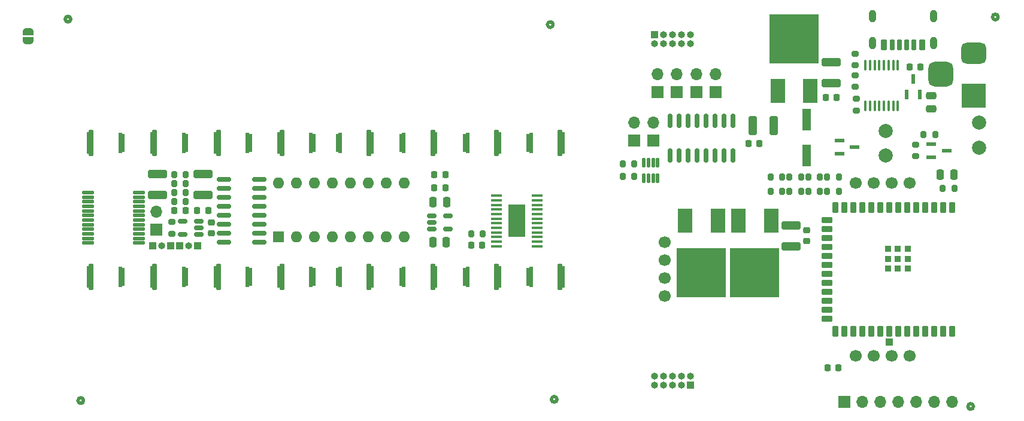
<source format=gts>
G04 #@! TF.GenerationSoftware,KiCad,Pcbnew,(6.0.5-0)*
G04 #@! TF.CreationDate,2023-01-16T15:52:05+09:00*
G04 #@! TF.ProjectId,qLAMP-main,714c414d-502d-46d6-9169-6e2e6b696361,rev?*
G04 #@! TF.SameCoordinates,Original*
G04 #@! TF.FileFunction,Soldermask,Top*
G04 #@! TF.FilePolarity,Negative*
%FSLAX46Y46*%
G04 Gerber Fmt 4.6, Leading zero omitted, Abs format (unit mm)*
G04 Created by KiCad (PCBNEW (6.0.5-0)) date 2023-01-16 15:52:05*
%MOMM*%
%LPD*%
G01*
G04 APERTURE LIST*
G04 Aperture macros list*
%AMRoundRect*
0 Rectangle with rounded corners*
0 $1 Rounding radius*
0 $2 $3 $4 $5 $6 $7 $8 $9 X,Y pos of 4 corners*
0 Add a 4 corners polygon primitive as box body*
4,1,4,$2,$3,$4,$5,$6,$7,$8,$9,$2,$3,0*
0 Add four circle primitives for the rounded corners*
1,1,$1+$1,$2,$3*
1,1,$1+$1,$4,$5*
1,1,$1+$1,$6,$7*
1,1,$1+$1,$8,$9*
0 Add four rect primitives between the rounded corners*
20,1,$1+$1,$2,$3,$4,$5,0*
20,1,$1+$1,$4,$5,$6,$7,0*
20,1,$1+$1,$6,$7,$8,$9,0*
20,1,$1+$1,$8,$9,$2,$3,0*%
%AMFreePoly0*
4,1,22,0.500000,-0.750000,0.000000,-0.750000,0.000000,-0.745033,-0.079941,-0.743568,-0.215256,-0.701293,-0.333266,-0.622738,-0.424486,-0.514219,-0.481581,-0.384460,-0.499164,-0.250000,-0.500000,-0.250000,-0.500000,0.250000,-0.499164,0.250000,-0.499963,0.256109,-0.478152,0.396186,-0.417904,0.524511,-0.324060,0.630769,-0.204165,0.706417,-0.067858,0.745374,0.000000,0.744959,0.000000,0.750000,
0.500000,0.750000,0.500000,-0.750000,0.500000,-0.750000,$1*%
%AMFreePoly1*
4,1,20,0.000000,0.744959,0.073905,0.744508,0.209726,0.703889,0.328688,0.626782,0.421226,0.519385,0.479903,0.390333,0.500000,0.250000,0.500000,-0.250000,0.499851,-0.262216,0.476331,-0.402017,0.414519,-0.529596,0.319384,-0.634700,0.198574,-0.708877,0.061801,-0.746166,0.000000,-0.745033,0.000000,-0.750000,-0.500000,-0.750000,-0.500000,0.750000,0.000000,0.750000,0.000000,0.744959,
0.000000,0.744959,$1*%
G04 Aperture macros list end*
%ADD10C,0.475000*%
%ADD11R,1.000000X1.000000*%
%ADD12RoundRect,0.200000X-0.200000X-0.275000X0.200000X-0.275000X0.200000X0.275000X-0.200000X0.275000X0*%
%ADD13C,2.000000*%
%ADD14FreePoly0,270.000000*%
%ADD15FreePoly1,270.000000*%
%ADD16RoundRect,0.100000X-0.100000X0.637500X-0.100000X-0.637500X0.100000X-0.637500X0.100000X0.637500X0*%
%ADD17RoundRect,0.150000X-0.512500X-0.150000X0.512500X-0.150000X0.512500X0.150000X-0.512500X0.150000X0*%
%ADD18RoundRect,0.250000X-0.250000X-0.475000X0.250000X-0.475000X0.250000X0.475000X-0.250000X0.475000X0*%
%ADD19R,1.219200X3.098800*%
%ADD20RoundRect,0.225000X-0.225000X-0.250000X0.225000X-0.250000X0.225000X0.250000X-0.225000X0.250000X0*%
%ADD21RoundRect,0.250000X0.325000X1.100000X-0.325000X1.100000X-0.325000X-1.100000X0.325000X-1.100000X0*%
%ADD22RoundRect,0.225000X0.225000X0.250000X-0.225000X0.250000X-0.225000X-0.250000X0.225000X-0.250000X0*%
%ADD23RoundRect,0.250000X1.100000X-0.325000X1.100000X0.325000X-1.100000X0.325000X-1.100000X-0.325000X0*%
%ADD24RoundRect,0.225000X-0.250000X0.225000X-0.250000X-0.225000X0.250000X-0.225000X0.250000X0.225000X0*%
%ADD25RoundRect,0.250000X0.250000X0.475000X-0.250000X0.475000X-0.250000X-0.475000X0.250000X-0.475000X0*%
%ADD26RoundRect,0.109795X0.765205X0.109794X-0.765205X0.109794X-0.765205X-0.109794X0.765205X-0.109794X0*%
%ADD27RoundRect,0.109795X0.109795X-0.552705X0.109795X0.552705X-0.109795X0.552705X-0.109795X-0.552705X0*%
%ADD28RoundRect,0.150000X0.512500X0.150000X-0.512500X0.150000X-0.512500X-0.150000X0.512500X-0.150000X0*%
%ADD29RoundRect,0.150000X-0.150000X0.825000X-0.150000X-0.825000X0.150000X-0.825000X0.150000X0.825000X0*%
%ADD30R,1.320800X0.558800*%
%ADD31R,0.558800X1.320800*%
%ADD32R,2.400000X4.680000*%
%ADD33RoundRect,0.100000X0.687500X0.100000X-0.687500X0.100000X-0.687500X-0.100000X0.687500X-0.100000X0*%
%ADD34RoundRect,0.200000X0.200000X0.275000X-0.200000X0.275000X-0.200000X-0.275000X0.200000X-0.275000X0*%
%ADD35R,1.700000X1.700000*%
%ADD36O,1.700000X1.700000*%
%ADD37RoundRect,0.200000X-0.275000X0.200000X-0.275000X-0.200000X0.275000X-0.200000X0.275000X0.200000X0*%
%ADD38RoundRect,0.250000X-1.100000X0.325000X-1.100000X-0.325000X1.100000X-0.325000X1.100000X0.325000X0*%
%ADD39R,3.500000X3.500000*%
%ADD40RoundRect,0.750000X-1.000000X0.750000X-1.000000X-0.750000X1.000000X-0.750000X1.000000X0.750000X0*%
%ADD41RoundRect,0.875000X-0.875000X0.875000X-0.875000X-0.875000X0.875000X-0.875000X0.875000X0.875000X0*%
%ADD42RoundRect,0.030000X0.265000X1.780000X-0.265000X1.780000X-0.265000X-1.780000X0.265000X-1.780000X0*%
%ADD43RoundRect,0.180000X0.270000X1.370000X-0.270000X1.370000X-0.270000X-1.370000X0.270000X-1.370000X0*%
%ADD44RoundRect,0.030000X0.205000X1.420000X-0.205000X1.420000X-0.205000X-1.420000X0.205000X-1.420000X0*%
%ADD45RoundRect,0.180000X0.270000X1.120000X-0.270000X1.120000X-0.270000X-1.120000X0.270000X-1.120000X0*%
%ADD46RoundRect,0.180000X-0.270000X-1.370000X0.270000X-1.370000X0.270000X1.370000X-0.270000X1.370000X0*%
%ADD47RoundRect,0.030000X-0.265000X-1.780000X0.265000X-1.780000X0.265000X1.780000X-0.265000X1.780000X0*%
%ADD48RoundRect,0.030000X-0.205000X-1.420000X0.205000X-1.420000X0.205000X1.420000X-0.205000X1.420000X0*%
%ADD49RoundRect,0.180000X-0.270000X-1.120000X0.270000X-1.120000X0.270000X1.120000X-0.270000X1.120000X0*%
%ADD50RoundRect,0.100000X0.250000X0.650000X-0.250000X0.650000X-0.250000X-0.650000X0.250000X-0.650000X0*%
%ADD51RoundRect,0.100000X0.300000X0.650000X-0.300000X0.650000X-0.300000X-0.650000X0.300000X-0.650000X0*%
%ADD52O,1.000000X1.800000*%
%ADD53RoundRect,0.150000X-0.825000X-0.150000X0.825000X-0.150000X0.825000X0.150000X-0.825000X0.150000X0*%
%ADD54O,1.000000X1.000000*%
%ADD55C,1.700000*%
%ADD56RoundRect,0.250000X0.475000X-0.250000X0.475000X0.250000X-0.475000X0.250000X-0.475000X-0.250000X0*%
%ADD57RoundRect,0.225000X-0.225000X0.525000X-0.225000X-0.525000X0.225000X-0.525000X0.225000X0.525000X0*%
%ADD58RoundRect,0.225000X-0.525000X-0.225000X0.525000X-0.225000X0.525000X0.225000X-0.525000X0.225000X0*%
%ADD59RoundRect,0.225000X0.225000X-0.525000X0.225000X0.525000X-0.225000X0.525000X-0.225000X-0.525000X0*%
%ADD60RoundRect,0.225000X0.225000X-0.225000X0.225000X0.225000X-0.225000X0.225000X-0.225000X-0.225000X0*%
%ADD61R,2.000000X3.500000*%
%ADD62R,7.000000X7.000000*%
%ADD63R,1.600000X1.600000*%
%ADD64O,1.600000X1.600000*%
%ADD65RoundRect,0.200000X0.275000X-0.200000X0.275000X0.200000X-0.275000X0.200000X-0.275000X-0.200000X0*%
G04 APERTURE END LIST*
D10*
X78440000Y-129000000D02*
G75*
G03*
X78440000Y-129000000I-400000J0D01*
G01*
X76636000Y-75000000D02*
G75*
G03*
X76636000Y-75000000I-400000J0D01*
G01*
X145380000Y-128830000D02*
G75*
G03*
X145380000Y-128830000I-400000J0D01*
G01*
X204260000Y-129840000D02*
G75*
G03*
X204260000Y-129840000I-400000J0D01*
G01*
X144825000Y-75770000D02*
G75*
G03*
X144825000Y-75770000I-400000J0D01*
G01*
X207750000Y-74695000D02*
G75*
G03*
X207750000Y-74695000I-400000J0D01*
G01*
D11*
X192375993Y-120700013D03*
D12*
X183576000Y-99392000D03*
X185226000Y-99392000D03*
D13*
X205069999Y-89680009D03*
X205069999Y-93180009D03*
D14*
X70570000Y-76780000D03*
D15*
X70570000Y-78080000D03*
D16*
X193553292Y-81537300D03*
X192903292Y-81537300D03*
X192253292Y-81537300D03*
X191603292Y-81537300D03*
X190953292Y-81537300D03*
X190303292Y-81537300D03*
X189653292Y-81537300D03*
X189003292Y-81537300D03*
X189003292Y-87262300D03*
X189653292Y-87262300D03*
X190303292Y-87262300D03*
X190953292Y-87262300D03*
X191603292Y-87262300D03*
X192253292Y-87262300D03*
X192903292Y-87262300D03*
X193553292Y-87262300D03*
D17*
X127665878Y-102840011D03*
X127665878Y-103790011D03*
X127665878Y-104740011D03*
X129940878Y-104740011D03*
X129940878Y-102840011D03*
D18*
X127853378Y-100919989D03*
X129753378Y-100919989D03*
D19*
X180659989Y-89207289D03*
X180659989Y-94312689D03*
D20*
X128028376Y-98850000D03*
X129578376Y-98850000D03*
D21*
X176015000Y-90060000D03*
X173065000Y-90060000D03*
D22*
X174005000Y-92630000D03*
X172455000Y-92630000D03*
D23*
X184109995Y-84084995D03*
X184109995Y-81134995D03*
D24*
X180650007Y-104885012D03*
X180650007Y-106435012D03*
D25*
X129733376Y-106560000D03*
X127833376Y-106560000D03*
D20*
X195195000Y-81780000D03*
X196745000Y-81780000D03*
D23*
X95290005Y-99884989D03*
X95290005Y-96934989D03*
D13*
X191850010Y-90799996D03*
X191850010Y-94299996D03*
D26*
X86295999Y-106695011D03*
X86295999Y-106045013D03*
X86295999Y-105395012D03*
X86295999Y-104745012D03*
X86295999Y-104095012D03*
X86295999Y-103445012D03*
X86295999Y-102795012D03*
X86295999Y-102145012D03*
X86295999Y-101495012D03*
X86295999Y-100845012D03*
X86295999Y-100195011D03*
X86295999Y-99545013D03*
X79095999Y-99545013D03*
X79095999Y-100195011D03*
X79095999Y-100845012D03*
X79095999Y-101495012D03*
X79095999Y-102145012D03*
X79095999Y-102795012D03*
X79095999Y-103445012D03*
X79095999Y-104095012D03*
X79095999Y-104745012D03*
X79095999Y-105395012D03*
X79095999Y-106045013D03*
X79095999Y-106695011D03*
D24*
X96469200Y-103754992D03*
X96469200Y-105304992D03*
D20*
X183625000Y-124360000D03*
X185175000Y-124360000D03*
X91300000Y-102108000D03*
X92850000Y-102108000D03*
D27*
X157664993Y-97555900D03*
X158314993Y-97555900D03*
X158964993Y-97555900D03*
X159614993Y-97555900D03*
X159614993Y-95280900D03*
X158964993Y-95280900D03*
X158314993Y-95280900D03*
X157664993Y-95280900D03*
D28*
X94736500Y-105479992D03*
X94736500Y-104529992D03*
X94736500Y-103579992D03*
X92461500Y-103579992D03*
X92461500Y-105479992D03*
D12*
X154665012Y-95529400D03*
X156315012Y-95529400D03*
X154665012Y-97307400D03*
X156315012Y-97307400D03*
D29*
X170255000Y-89375000D03*
X168985000Y-89375000D03*
X167715000Y-89375000D03*
X166445000Y-89375000D03*
X165175000Y-89375000D03*
X163905000Y-89375000D03*
X162635000Y-89375000D03*
X161365000Y-89375000D03*
X161365000Y-94325000D03*
X162635000Y-94325000D03*
X163905000Y-94325000D03*
X165175000Y-94325000D03*
X166445000Y-94325000D03*
X167715000Y-94325000D03*
X168985000Y-94325000D03*
X170255000Y-94325000D03*
D20*
X128028376Y-97050000D03*
X129578376Y-97050000D03*
D30*
X198277800Y-92670200D03*
X198277800Y-94549800D03*
X200462200Y-93610000D03*
X185287800Y-92210200D03*
X185287800Y-94089800D03*
X187472200Y-93150000D03*
D31*
X194820200Y-85652200D03*
X196699800Y-85652200D03*
X195760000Y-83467800D03*
D32*
X139677500Y-103573000D03*
D33*
X142540000Y-107148000D03*
X142540000Y-106498000D03*
X142540000Y-105848000D03*
X142540000Y-105198000D03*
X142540000Y-104548000D03*
X142540000Y-103898000D03*
X142540000Y-103248000D03*
X142540000Y-102598000D03*
X142540000Y-101948000D03*
X142540000Y-101298000D03*
X142540000Y-100648000D03*
X142540000Y-99998000D03*
X136815000Y-99998000D03*
X136815000Y-100648000D03*
X136815000Y-101298000D03*
X136815000Y-101948000D03*
X136815000Y-102598000D03*
X136815000Y-103248000D03*
X136815000Y-103898000D03*
X136815000Y-104548000D03*
X136815000Y-105198000D03*
X136815000Y-105848000D03*
X136815000Y-106498000D03*
X136815000Y-107148000D03*
D34*
X185226000Y-97360000D03*
X183576000Y-97360000D03*
D25*
X201475000Y-97020000D03*
X199575000Y-97020000D03*
D35*
X156300000Y-92185000D03*
D36*
X156300000Y-89645000D03*
D35*
X167780001Y-85360000D03*
D36*
X167780001Y-82820000D03*
D35*
X159590000Y-85360000D03*
D36*
X159590000Y-82820000D03*
D35*
X162320022Y-85360001D03*
D36*
X162320022Y-82820001D03*
D35*
X165050009Y-85360000D03*
D36*
X165050009Y-82820000D03*
D35*
X159030010Y-92185007D03*
D36*
X159030010Y-89645007D03*
D34*
X198845000Y-91305000D03*
X197195000Y-91305000D03*
D12*
X175575000Y-97360000D03*
X177225000Y-97360000D03*
D37*
X187500006Y-79896200D03*
X187500006Y-81546200D03*
X187500006Y-82944200D03*
X187500006Y-84594200D03*
X196100000Y-92745000D03*
X196100000Y-94395000D03*
D12*
X178242000Y-97360000D03*
X179892000Y-97360000D03*
D34*
X134865000Y-105430000D03*
X133215000Y-105430000D03*
X201575000Y-98940000D03*
X199925000Y-98940000D03*
D37*
X187680000Y-86275000D03*
X187680000Y-87925000D03*
D22*
X134815000Y-107000000D03*
X133265000Y-107000000D03*
D38*
X178450011Y-104185012D03*
X178450011Y-107135012D03*
D20*
X183334995Y-86060001D03*
X184884995Y-86060001D03*
D39*
X204295781Y-85809811D03*
D40*
X204295781Y-79809811D03*
D41*
X199595781Y-82809811D03*
D42*
X127812219Y-111501633D03*
D43*
X128032219Y-111501633D03*
D44*
X123717219Y-111501633D03*
D45*
X123502219Y-111501633D03*
D42*
X136812219Y-92502054D03*
D43*
X137032219Y-92502054D03*
D44*
X132717219Y-92502054D03*
D45*
X132502219Y-92502054D03*
D46*
X97282211Y-111501633D03*
D47*
X97502211Y-111501633D03*
D48*
X101597211Y-111501633D03*
D49*
X101812211Y-111501633D03*
D47*
X97502211Y-92502054D03*
D46*
X97282211Y-92502054D03*
D48*
X101597211Y-92502054D03*
D49*
X101812211Y-92502054D03*
D34*
X179892000Y-99392000D03*
X178242000Y-99392000D03*
D50*
X194788290Y-78669782D03*
X192788290Y-78669782D03*
D51*
X191588290Y-78669782D03*
D50*
X193788290Y-78669782D03*
X195788290Y-78669782D03*
D51*
X196988290Y-78669782D03*
D52*
X198608290Y-78419782D03*
X198608290Y-74619782D03*
X189968290Y-78419782D03*
X189968290Y-74619782D03*
D38*
X88859995Y-96934989D03*
X88859995Y-99884989D03*
D53*
X98325000Y-97665000D03*
X98325000Y-98935000D03*
X98325000Y-100205000D03*
X98325000Y-101475000D03*
X98325000Y-102745000D03*
X98325000Y-104015000D03*
X98325000Y-105285000D03*
X98325000Y-106555000D03*
X103275000Y-106555000D03*
X103275000Y-105285000D03*
X103275000Y-104015000D03*
X103275000Y-102745000D03*
X103275000Y-101475000D03*
X103275000Y-100205000D03*
X103275000Y-98935000D03*
X103275000Y-97665000D03*
D11*
X164221000Y-126813000D03*
D54*
X164221000Y-125543000D03*
X162951000Y-126813000D03*
X162951000Y-125543000D03*
X161681000Y-126813000D03*
X161681000Y-125543000D03*
X160411000Y-126813000D03*
X160411000Y-125543000D03*
X159141000Y-126813000D03*
X159141000Y-125543000D03*
D46*
X79282211Y-111501633D03*
D47*
X79502211Y-111501633D03*
D48*
X83597211Y-111501633D03*
D49*
X83812211Y-111501633D03*
D43*
X119032219Y-111501633D03*
D42*
X118812219Y-111501633D03*
D44*
X114717219Y-111501633D03*
D45*
X114502219Y-111501633D03*
D47*
X106502211Y-111501633D03*
D46*
X106282211Y-111501633D03*
D48*
X110597211Y-111501633D03*
D49*
X110812211Y-111501633D03*
D34*
X92900000Y-99568000D03*
X91250000Y-99568000D03*
X92900000Y-97028000D03*
X91250000Y-97028000D03*
D42*
X118812219Y-92502054D03*
D43*
X119032219Y-92502054D03*
D44*
X114717219Y-92502054D03*
D45*
X114502219Y-92502054D03*
D46*
X106282211Y-92502054D03*
D47*
X106502211Y-92502054D03*
D48*
X110597211Y-92502054D03*
D49*
X110812211Y-92502054D03*
D55*
X187611012Y-98175017D03*
X190151012Y-98175017D03*
X192691012Y-98175017D03*
X195231012Y-98175017D03*
X187611012Y-122675017D03*
X190151012Y-122675017D03*
X192691012Y-122675017D03*
X195231012Y-122675017D03*
X160611012Y-106615017D03*
X160611012Y-109155017D03*
X160611012Y-111695017D03*
X160611012Y-114235017D03*
D56*
X198308292Y-87719800D03*
X198308292Y-85819800D03*
D35*
X186001000Y-129199996D03*
D36*
X188541000Y-129199996D03*
X191081000Y-129199996D03*
X193621000Y-129199996D03*
X196161000Y-129199996D03*
X198701000Y-129199996D03*
X201241000Y-129199996D03*
D34*
X182559000Y-97360000D03*
X180909000Y-97360000D03*
D47*
X88502211Y-111501633D03*
D46*
X88282211Y-111501633D03*
D49*
X92812211Y-111501633D03*
D48*
X92597211Y-111501633D03*
D43*
X128032219Y-92502054D03*
D42*
X127812219Y-92502054D03*
D45*
X123502219Y-92502054D03*
D44*
X123717219Y-92502054D03*
D11*
X159141000Y-77187000D03*
D54*
X159141000Y-78457000D03*
X160411000Y-77187000D03*
X160411000Y-78457000D03*
X161681000Y-77187000D03*
X161681000Y-78457000D03*
X162951000Y-77187000D03*
X162951000Y-78457000D03*
X164221000Y-77187000D03*
X164221000Y-78457000D03*
D57*
X201266000Y-101670000D03*
X199996000Y-101670000D03*
X198726000Y-101670000D03*
X197456000Y-101670000D03*
X196186000Y-101670000D03*
X194916000Y-101670000D03*
X193646000Y-101670000D03*
X192376000Y-101670000D03*
X191106000Y-101670000D03*
X189836000Y-101670000D03*
X188566000Y-101670000D03*
X187296000Y-101670000D03*
X186026000Y-101670000D03*
X184756000Y-101670000D03*
D58*
X183506000Y-103435000D03*
X183506000Y-104705000D03*
X183506000Y-105975000D03*
X183506000Y-107245000D03*
X183506000Y-108515000D03*
X183506000Y-109785000D03*
X183506000Y-111055000D03*
X183506000Y-112325000D03*
X183506000Y-113595000D03*
X183506000Y-114865000D03*
X183506000Y-116135000D03*
X183506000Y-117405000D03*
D59*
X184756000Y-119170000D03*
X186026000Y-119170000D03*
X187296000Y-119170000D03*
X188566000Y-119170000D03*
X189836000Y-119170000D03*
X191106000Y-119170000D03*
X192375993Y-119169993D03*
X193646000Y-119170000D03*
X194916000Y-119170000D03*
X196186000Y-119170000D03*
X197456000Y-119170000D03*
X198726000Y-119170000D03*
X199996000Y-119170000D03*
X201266000Y-119170000D03*
D60*
X192146000Y-107520000D03*
X194946000Y-108920000D03*
X193546000Y-110320000D03*
X192146000Y-110320000D03*
X194946000Y-107520000D03*
X192146000Y-108920000D03*
X194946000Y-110320000D03*
X193546000Y-108920000D03*
X193546000Y-107520000D03*
D22*
X96065005Y-102108000D03*
X94515005Y-102108000D03*
D12*
X91250000Y-98298000D03*
X92900000Y-98298000D03*
D43*
X146032219Y-111501633D03*
D42*
X145812219Y-111501633D03*
D44*
X141717219Y-111501633D03*
D45*
X141502219Y-111501633D03*
D34*
X177225000Y-99392000D03*
X175575000Y-99392000D03*
D61*
X176570000Y-85195000D03*
X181150000Y-85195000D03*
D62*
X178870000Y-77795000D03*
D61*
X171050006Y-103525012D03*
X175630006Y-103525012D03*
D62*
X173330006Y-110925012D03*
D63*
X106029989Y-105809999D03*
D64*
X108569989Y-105809999D03*
X111109989Y-105809999D03*
X113649989Y-105809999D03*
X116189989Y-105809999D03*
X118729989Y-105809999D03*
X121269989Y-105809999D03*
X123809989Y-105809999D03*
X123809989Y-98189999D03*
X121269989Y-98189999D03*
X118729989Y-98189999D03*
X116189989Y-98189999D03*
X113649989Y-98189999D03*
X111109989Y-98189999D03*
X108569989Y-98189999D03*
X106029989Y-98189999D03*
D34*
X92900000Y-100838000D03*
X91250000Y-100838000D03*
D61*
X168099999Y-103525012D03*
X163519999Y-103525012D03*
D62*
X165799999Y-110925012D03*
D65*
X90932000Y-105354992D03*
X90932000Y-103704992D03*
D46*
X88282211Y-92502054D03*
D47*
X88502211Y-92502054D03*
D48*
X92597211Y-92502054D03*
D49*
X92812211Y-92502054D03*
D43*
X146032219Y-92502054D03*
D42*
X145812219Y-92502054D03*
D44*
X141717219Y-92502054D03*
D45*
X141502219Y-92502054D03*
D46*
X79282211Y-92502054D03*
D47*
X79502211Y-92502054D03*
D49*
X83812211Y-92502054D03*
D48*
X83597211Y-92502054D03*
D35*
X88719990Y-104785008D03*
D36*
X88719990Y-102245008D03*
D12*
X180909000Y-99392000D03*
X182559000Y-99392000D03*
D42*
X136812219Y-111501633D03*
D43*
X137032219Y-111501633D03*
D45*
X132502219Y-111501633D03*
D44*
X132717219Y-111501633D03*
D11*
X88240000Y-107050000D03*
X94590006Y-107050002D03*
X90780000Y-107050000D03*
D54*
X89510000Y-107050000D03*
D11*
X92050000Y-107050000D03*
D54*
X93320000Y-107050000D03*
M02*

</source>
